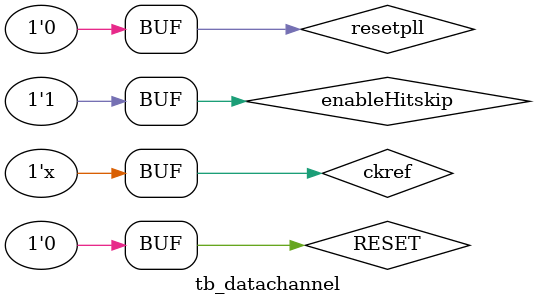
<source format=v>
`timescale 100ps / 1ps


module tb_datachannel;

	// Inputs
	reg ckref;
	reg hit;
	reg RESET;
	reg resetpll;
	reg enableHitskip;
	// Instantiate the Unit Under Test (UUT)
	
	wire [31:0] IPbus_RAM_data;
	wire [7:0] IPbus_RAM_address;
	wire IPbus_RAM_we;
	
	reg handshakePC;
	wire handshakeFPGA;
	always @(handshakeFPGA)
		#5000 handshakePC<=handshakeFPGA;
		
		
	dataChannel uut (
		.ckref(ckref), 
		.hit(hit), 
		.RESET(RESET), 
		.resetpll(resetpll),
		.enableHitskip(enableHitskip),
		.IPbus_RAM_data(IPbus_RAM_data),
		.IPbus_RAM_address(IPbus_RAM_address),
		.IPbus_RAM_we(IPbus_RAM_we),
		.handshakeFPGA(handshakeFPGA),
		.handshakePC(handshakePC)
	);

	integer phase;
	
	initial begin
		// Initialize Inputs
		phase=0;
		ckref = 0;
		RESET = 0;
		hit=0;
		resetpll=1;
		enableHitskip=1;
		#100 resetpll=0;
		#100 RESET = 1;
		#5000 RESET = 0;
		// Wait 100 ns for global reset to finish
		#1000;
        
		#10000;
		phase=100;
		
		#1000000;
		phase=125;
		#1000000;
		phase=125;
		#1000000;
		phase=125;
		#1000000;
		phase=125;
		#1000000;
		phase=125;

		// Add stimulus here

	end
	
	always @(negedge ckref)
		phase=phase * 0.9;

	always
		#125 ckref = ~ckref;
		
	always @(posedge ckref)
		#(phase) hit=1;
	
	always @(posedge hit)
		#125 hit = 0;
	
      
endmodule


</source>
